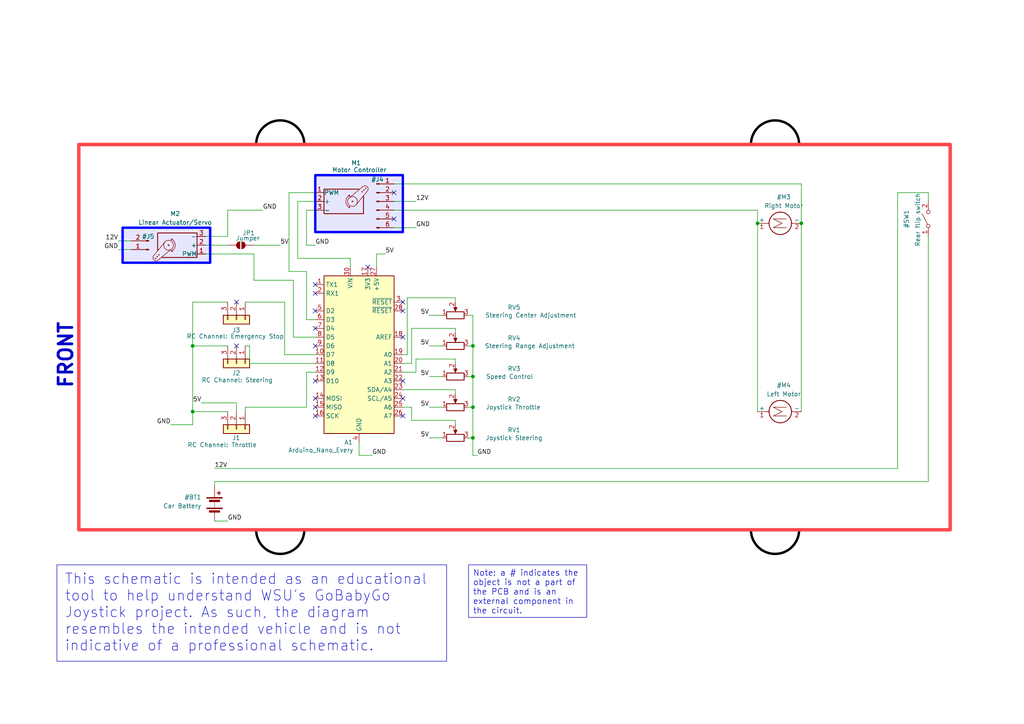
<source format=kicad_sch>
(kicad_sch (version 20231120) (generator "eeschema") (generator_version "8.0")
  (paper "A4")
  (title_block (title "GoBabyGo Joystick") (date "2024-08-19") (rev "2") (company "Wichita State University"))
  (lib_symbols
    (symbol "Connector:Conn_01x02_Pin" (pin_names (offset 1.016) hide)
      (property "Reference" "J" (at 0 2.54 0))
      (property "Value" "Conn_01x02_Pin" (at 0 -5.08 0))
      (symbol "Conn_01x02_Pin_1_1"
        (polyline (pts (xy 1.27 -2.54) (xy 0.8636 -2.54)) (stroke (width 0.1524)))
        (polyline (pts (xy 1.27 0) (xy 0.8636 0)) (stroke (width 0.1524)))
        (rectangle (start 0.8636 -2.413) (end 0 -2.667) (stroke (width 0.1524)) (fill (type outline)))
        (rectangle (start 0.8636 0.127) (end 0 -0.127) (stroke (width 0.1524)) (fill (type outline)))
        (pin passive line (at 5.08 0 180) (length 3.81) (name "Pin_1") (number "1"))
        (pin passive line (at 5.08 -2.54 180) (length 3.81) (name "Pin_2") (number "2"))
      )
    )
    (symbol "Connector:Conn_01x06_Pin" (pin_names (offset 1.016) hide)
      (property "Reference" "J" (at 0 7.62 0))
      (property "Value" "Conn_01x06_Pin" (at 0 -10.16 0))
      (symbol "Conn_01x06_Pin_1_1"
        (polyline (pts (xy 1.27 -7.62) (xy 0.8636 -7.62)) (stroke (width 0.1524)))
        (polyline (pts (xy 1.27 -5.08) (xy 0.8636 -5.08)) (stroke (width 0.1524)))
        (polyline (pts (xy 1.27 -2.54) (xy 0.8636 -2.54)) (stroke (width 0.1524)))
        (polyline (pts (xy 1.27 0) (xy 0.8636 0)) (stroke (width 0.1524)))
        (polyline (pts (xy 1.27 2.54) (xy 0.8636 2.54)) (stroke (width 0.1524)))
        (polyline (pts (xy 1.27 5.08) (xy 0.8636 5.08)) (stroke (width 0.1524)))
        (rectangle (start 0.8636 -7.493) (end 0 -7.747) (stroke (width 0.1524)) (fill (type outline)))
        (rectangle (start 0.8636 -4.953) (end 0 -5.207) (stroke (width 0.1524)) (fill (type outline)))
        (rectangle (start 0.8636 -2.413) (end 0 -2.667) (stroke (width 0.1524)) (fill (type outline)))
        (rectangle (start 0.8636 0.127) (end 0 -0.127) (stroke (width 0.1524)) (fill (type outline)))
        (rectangle (start 0.8636 2.667) (end 0 2.413) (stroke (width 0.1524)) (fill (type outline)))
        (rectangle (start 0.8636 5.207) (end 0 4.953) (stroke (width 0.1524)) (fill (type outline)))
        (pin passive line (at 5.08 5.08 180) (length 3.81) (name "Pin_1") (number "1"))
        (pin passive line (at 5.08 2.54 180) (length 3.81) (name "Pin_2") (number "2"))
        (pin passive line (at 5.08 0 180) (length 3.81) (name "Pin_3") (number "3"))
        (pin passive line (at 5.08 -2.54 180) (length 3.81) (name "Pin_4") (number "4"))
        (pin passive line (at 5.08 -5.08 180) (length 3.81) (name "Pin_5") (number "5"))
        (pin passive line (at 5.08 -7.62 180) (length 3.81) (name "Pin_6") (number "6"))
      )
    )
    (symbol "Connector_Generic:Conn_01x03" (pin_names (offset 1.016) hide)
      (property "Reference" "J" (at 0 5.08 0))
      (property "Value" "Conn_01x03" (at 0 -5.08 0))
      (symbol "Conn_01x03_1_1"
        (rectangle (start -1.27 -2.413) (end 0 -2.667) (stroke (width 0.1524)))
        (rectangle (start -1.27 0.127) (end 0 -0.127) (stroke (width 0.1524)))
        (rectangle (start -1.27 2.667) (end 0 2.413) (stroke (width 0.1524)))
        (rectangle (start -1.27 3.81) (end 1.27 -3.81) (stroke (width 0.254)) (fill (type background)))
        (pin passive line (at -5.08 2.54 0) (length 3.81) (name "Pin_1") (number "1"))
        (pin passive line (at -5.08 0 0) (length 3.81) (name "Pin_2") (number "2"))
        (pin passive line (at -5.08 -2.54 0) (length 3.81) (name "Pin_3") (number "3"))
      )
    )
    (symbol "Device:Battery" (pin_numbers hide) (pin_names (offset 0) hide)
      (property "Reference" "BT" (at 2.54 2.54 0))
      (property "Value" "Battery" (at 2.54 0 0))
      (symbol "Battery_0_1"
        (rectangle (start -2.286 -1.27) (end 2.286 -1.524) (fill (type outline)))
        (rectangle (start -2.286 1.778) (end 2.286 1.524) (fill (type outline)))
        (rectangle (start -1.524 -2.032) (end 1.524 -2.54) (fill (type outline)))
        (rectangle (start -1.524 1.016) (end 1.524 0.508) (fill (type outline)))
        (polyline (pts (xy 0 -1.016) (xy 0 -0.762)))
        (polyline (pts (xy 0 -0.508) (xy 0 -0.254)))
        (polyline (pts (xy 0 0) (xy 0 0.254)))
        (polyline (pts (xy 0 1.778) (xy 0 2.54)))
        (polyline (pts (xy 0.762 3.048) (xy 1.778 3.048)) (stroke (width 0.254)))
        (polyline (pts (xy 1.27 3.556) (xy 1.27 2.54)) (stroke (width 0.254)))
      )
      (symbol "Battery_1_1"
        (pin passive line (at 0 5.08 270) (length 2.54) (name "+") (number "1"))
        (pin passive line (at 0 -5.08 90) (length 2.54) (name "-") (number "2"))
      )
    )
    (symbol "Device:R_Potentiometer" (pin_names (offset 1.016) hide)
      (property "Reference" "RV" (at -4.445 0 90))
      (property "Value" "R_Potentiometer" (at -2.54 0 90))
      (symbol "R_Potentiometer_0_1"
        (polyline (pts (xy 2.54 0) (xy 1.524 0)))
        (polyline (pts (xy 1.143 0) (xy 2.286 0.508) (xy 2.286 -0.508) (xy 1.143 0)) (fill (type outline)))
        (rectangle (start 1.016 2.54) (end -1.016 -2.54) (stroke (width 0.254)))
      )
      (symbol "R_Potentiometer_1_1"
        (pin passive line (at 0 3.81 270) (length 1.27) (name "1") (number "1"))
        (pin passive line (at 3.81 0 180) (length 1.27) (name "2") (number "2"))
        (pin passive line (at 0 -3.81 90) (length 1.27) (name "3") (number "3"))
      )
    )
    (symbol "Jumper:SolderJumper_2_Open" (pin_numbers hide) (pin_names (offset 0) hide) (exclude_from_sim yes) (in_bom no)
      (property "Reference" "JP" (at 0 2.032 0))
      (property "Value" "SolderJumper_2_Open" (at 0 -2.54 0))
      (symbol "SolderJumper_2_Open_0_1"
        (arc (start -0.254 1.016) (mid -1.2656 0) (end -0.254 -1.016))
        (arc (start -0.254 1.016) (mid -1.2656 0) (end -0.254 -1.016) (fill (type outline)))
        (polyline (pts (xy -0.254 1.016) (xy -0.254 -1.016)))
        (polyline (pts (xy 0.254 1.016) (xy 0.254 -1.016)))
        (arc (start 0.254 -1.016) (mid 1.2656 0) (end 0.254 1.016))
        (arc (start 0.254 -1.016) (mid 1.2656 0) (end 0.254 1.016) (fill (type outline)))
      )
      (symbol "SolderJumper_2_Open_1_1"
        (pin passive line (at -3.81 0 0) (length 2.54) (name "A") (number "1"))
        (pin passive line (at 3.81 0 180) (length 2.54) (name "B") (number "2"))
      )
    )
    (symbol "MCU_Module:Arduino_Nano_Every"
      (property "Reference" "A" (at -10.16 23.495 0))
      (property "Value" "Arduino_Nano_Every" (at 5.08 -24.13 0))
      (symbol "Arduino_Nano_Every_0_1"
        (rectangle (start -10.16 22.86) (end 10.16 -22.86) (stroke (width 0.254)) (fill (type background)))
      )
      (symbol "Arduino_Nano_Every_1_1"
        (pin bidirectional line (at -12.7 20.32 0) (length 2.54) (name "TX1") (number "1"))
        (pin bidirectional line (at -12.7 0 0) (length 2.54) (name "D7") (number "10"))
        (pin bidirectional line (at -12.7 -2.54 0) (length 2.54) (name "D8") (number "11"))
        (pin bidirectional line (at -12.7 -5.08 0) (length 2.54) (name "D9") (number "12"))
        (pin bidirectional line (at -12.7 -7.62 0) (length 2.54) (name "D10") (number "13"))
        (pin bidirectional line (at -12.7 -12.7 0) (length 2.54) (name "MOSI") (number "14"))
        (pin bidirectional line (at -12.7 -15.24 0) (length 2.54) (name "MISO") (number "15"))
        (pin bidirectional line (at -12.7 -17.78 0) (length 2.54) (name "SCK") (number "16"))
        (pin power_out line (at 2.54 25.4 270) (length 2.54) (name "3V3") (number "17"))
        (pin input line (at 12.7 5.08 180) (length 2.54) (name "AREF") (number "18"))
        (pin bidirectional line (at 12.7 0 180) (length 2.54) (name "A0") (number "19"))
        (pin bidirectional line (at -12.7 17.78 0) (length 2.54) (name "RX1") (number "2"))
        (pin bidirectional line (at 12.7 -2.54 180) (length 2.54) (name "A1") (number "20"))
        (pin bidirectional line (at 12.7 -5.08 180) (length 2.54) (name "A2") (number "21"))
        (pin bidirectional line (at 12.7 -7.62 180) (length 2.54) (name "A3") (number "22"))
        (pin bidirectional line (at 12.7 -10.16 180) (length 2.54) (name "SDA/A4") (number "23"))
        (pin bidirectional line (at 12.7 -12.7 180) (length 2.54) (name "SCL/A5") (number "24"))
        (pin bidirectional line (at 12.7 -15.24 180) (length 2.54) (name "A6") (number "25"))
        (pin bidirectional line (at 12.7 -17.78 180) (length 2.54) (name "A7") (number "26"))
        (pin power_out line (at 5.08 25.4 270) (length 2.54) (name "+5V") (number "27"))
        (pin input line (at 12.7 12.7 180) (length 2.54) (name "~{RESET}") (number "28"))
        (pin passive line (at 0 -25.4 90) (length 2.54) hide (name "GND") (number "29"))
        (pin input line (at 12.7 15.24 180) (length 2.54) (name "~{RESET}") (number "3"))
        (pin power_in line (at -2.54 25.4 270) (length 2.54) (name "VIN") (number "30"))
        (pin power_in line (at 0 -25.4 90) (length 2.54) (name "GND") (number "4"))
        (pin bidirectional line (at -12.7 12.7 0) (length 2.54) (name "D2") (number "5"))
        (pin bidirectional line (at -12.7 10.16 0) (length 2.54) (name "D3") (number "6"))
        (pin bidirectional line (at -12.7 7.62 0) (length 2.54) (name "D4") (number "7"))
        (pin bidirectional line (at -12.7 5.08 0) (length 2.54) (name "D5") (number "8"))
        (pin bidirectional line (at -12.7 2.54 0) (length 2.54) (name "D6") (number "9"))
      )
    )
    (symbol "Motor:Motor_DC" (pin_names (offset 0))
      (property "Reference" "M" (at 2.54 2.54 0))
      (property "Value" "Motor_DC" (at 2.54 -5.08 0))
      (symbol "Motor_DC_0_0"
        (polyline (pts (xy -1.27 -3.302) (xy -1.27 0.508) (xy 0 -2.032) (xy 1.27 0.508) (xy 1.27 -3.302)))
      )
      (symbol "Motor_DC_0_1"
        (circle (center 0 -1.524) (radius 3.2512) (stroke (width 0.254)))
        (polyline (pts (xy 0 -7.62) (xy 0 -7.112)))
        (polyline (pts (xy 0 -4.7752) (xy 0 -5.1816)))
        (polyline (pts (xy 0 1.7272) (xy 0 2.0828)))
        (polyline (pts (xy 0 2.032) (xy 0 2.54)))
      )
      (symbol "Motor_DC_1_1"
        (pin passive line (at 0 5.08 270) (length 2.54) (name "+") (number "1"))
        (pin passive line (at 0 -7.62 90) (length 2.54) (name "-") (number "2"))
      )
    )
    (symbol "Motor:Motor_Servo" (pin_names (offset 0.0254))
      (property "Reference" "M" (at -5.08 4.445 0))
      (property "Value" "Motor_Servo" (at -5.08 -4.064 0))
      (symbol "Motor_Servo_0_1"
        (polyline (pts (xy 2.413 -1.778) (xy 2.032 -1.778)))
        (polyline (pts (xy 2.413 -1.778) (xy 2.286 -1.397)))
        (polyline (pts (xy 2.413 1.778) (xy 1.905 1.778)))
        (polyline (pts (xy 2.413 1.778) (xy 2.286 1.397)))
        (polyline (pts (xy 6.35 4.445) (xy 2.54 1.27)))
        (polyline (pts (xy 7.62 3.175) (xy 4.191 -1.016)))
        (polyline (pts (xy 5.08 3.556) (xy -5.08 3.556) (xy -5.08 -3.556) (xy 6.35 -3.556) (xy 6.35 1.524)) (stroke (width 0.254)))
        (arc (start 2.413 1.778) (mid 1.2406 0) (end 2.413 -1.778))
        (circle (center 3.175 0) (radius 0.1778))
        (circle (center 3.175 0) (radius 1.4224))
        (circle (center 5.969 2.794) (radius 0.127))
        (circle (center 6.477 3.302) (radius 0.127))
        (circle (center 6.985 3.81) (radius 0.127))
        (arc (start 7.62 3.175) (mid 7.4485 4.2735) (end 6.35 4.445))
      )
      (symbol "Motor_Servo_1_1"
        (pin passive line (at -7.62 2.54 0) (length 2.54) (name "PWM") (number "1"))
        (pin passive line (at -7.62 0 0) (length 2.54) (name "+") (number "2"))
        (pin passive line (at -7.62 -2.54 0) (length 2.54) (name "-") (number "3"))
      )
    )
    (symbol "Switch:SW_SPST" (pin_names (offset 0) hide)
      (property "Reference" "SW" (at 0 3.175 0))
      (property "Value" "SW_SPST" (at 0 -2.54 0))
      (symbol "SW_SPST_0_0"
        (circle (center -2.032 0) (radius 0.508))
        (polyline (pts (xy -1.524 0.254) (xy 1.524 1.778)))
        (circle (center 2.032 0) (radius 0.508))
      )
      (symbol "SW_SPST_1_1"
        (pin passive line (at -5.08 0 0) (length 2.54) (name "A") (number "1"))
        (pin passive line (at 5.08 0 180) (length 2.54) (name "B") (number "2"))
      )
    )
  )
  (junction (at 137.16 118.11))
  (junction (at 232.41 64.77))
  (junction (at 137.16 127))
  (junction (at 137.16 100.33))
  (junction (at 55.88 100.33))
  (junction (at 137.16 109.22))
  (junction (at 219.71 64.77))
  (junction (at 55.88 119.38))
  (no_connect (at 91.44 118.11))
  (no_connect (at 116.84 90.17))
  (no_connect (at 91.44 100.33))
  (no_connect (at 91.44 110.49))
  (no_connect (at 114.3 63.5))
  (no_connect (at 106.68 77.47))
  (no_connect (at 116.84 97.79))
  (no_connect (at 91.44 120.65))
  (no_connect (at 114.3 55.88))
  (no_connect (at 68.58 87.63))
  (no_connect (at 116.84 115.57))
  (no_connect (at 116.84 120.65))
  (no_connect (at 91.44 82.55))
  (no_connect (at 116.84 87.63))
  (no_connect (at 91.44 115.57))
  (no_connect (at 68.58 100.33))
  (no_connect (at 116.84 110.49))
  (no_connect (at 91.44 90.17))
  (no_connect (at 91.44 85.09))
  (no_connect (at 91.44 95.25))
  (wire (pts (xy 269.24 55.88) (xy 260.35 55.88)))
  (wire (pts (xy 132.08 95.25) (xy 119.38 95.25)))
  (wire (pts (xy 62.23 139.7) (xy 62.23 140.97)))
  (wire (pts (xy 269.24 68.58) (xy 269.24 139.7)))
  (wire (pts (xy 62.23 151.13) (xy 66.04 151.13)))
  (wire (pts (xy 91.44 58.42) (xy 86.36 58.42)))
  (wire (pts (xy 66.04 60.96) (xy 76.2 60.96)))
  (wire (pts (xy 91.44 60.96) (xy 88.9 60.96)))
  (wire (pts (xy 62.23 139.7) (xy 269.24 139.7)))
  (wire (pts (xy 104.14 132.08) (xy 107.95 132.08)))
  (wire (pts (xy 269.24 58.42) (xy 269.24 55.88)))
  (wire (pts (xy 232.41 64.77) (xy 232.41 119.38)))
  (wire (pts (xy 109.22 77.47) (xy 109.22 73.66)))
  (wire (pts (xy 135.89 127) (xy 137.16 127)))
  (wire (pts (xy 132.08 123.19) (xy 132.08 121.92)))
  (wire (pts (xy 82.55 87.63) (xy 82.55 102.87)))
  (wire (pts (xy 91.44 97.79) (xy 85.09 97.79)))
  (wire (pts (xy 55.88 119.38) (xy 55.88 123.19)))
  (wire (pts (xy 132.08 113.03) (xy 116.84 113.03)))
  (wire (pts (xy 137.16 109.22) (xy 137.16 118.11)))
  (wire (pts (xy 88.9 107.95) (xy 91.44 107.95)))
  (wire (pts (xy 119.38 105.41) (xy 116.84 105.41)))
  (wire (pts (xy 34.29 69.85) (xy 38.1 69.85)))
  (wire (pts (xy 120.65 107.95) (xy 116.84 107.95)))
  (wire (pts (xy 137.16 127) (xy 137.16 132.08)))
  (wire (pts (xy 86.36 58.42) (xy 86.36 74.93)))
  (wire (pts (xy 109.22 73.66) (xy 111.76 73.66)))
  (wire (pts (xy 114.3 66.04) (xy 120.65 66.04)))
  (wire (pts (xy 119.38 121.92) (xy 119.38 118.11)))
  (wire (pts (xy 68.58 119.38) (xy 68.58 116.84)))
  (wire (pts (xy 85.09 81.28) (xy 73.66 81.28)))
  (wire (pts (xy 232.41 53.34) (xy 232.41 64.77)))
  (wire (pts (xy 71.12 118.11) (xy 88.9 118.11)))
  (wire (pts (xy 88.9 71.12) (xy 91.44 71.12)))
  (wire (pts (xy 88.9 92.71) (xy 91.44 92.71)))
  (wire (pts (xy 219.71 60.96) (xy 219.71 64.77)))
  (wire (pts (xy 137.16 118.11) (xy 137.16 127)))
  (wire (pts (xy 260.35 55.88) (xy 260.35 135.89)))
  (wire (pts (xy 88.9 60.96) (xy 88.9 71.12)))
  (wire (pts (xy 55.88 119.38) (xy 66.04 119.38)))
  (wire (pts (xy 34.29 72.39) (xy 38.1 72.39)))
  (wire (pts (xy 114.3 53.34) (xy 232.41 53.34)))
  (wire (pts (xy 68.58 116.84) (xy 58.42 116.84)))
  (wire (pts (xy 91.44 55.88) (xy 83.82 55.88)))
  (wire (pts (xy 137.16 132.08) (xy 138.43 132.08)))
  (wire (pts (xy 66.04 87.63) (xy 55.88 87.63)))
  (wire (pts (xy 114.3 58.42) (xy 120.65 58.42)))
  (wire (pts (xy 83.82 78.74) (xy 88.9 78.74)))
  (wire (pts (xy 72.39 100.33) (xy 72.39 105.41)))
  (wire (pts (xy 85.09 97.79) (xy 85.09 81.28)))
  (wire (pts (xy 124.46 127) (xy 128.27 127)))
  (wire (pts (xy 71.12 87.63) (xy 82.55 87.63)))
  (wire (pts (xy 124.46 109.22) (xy 128.27 109.22)))
  (wire (pts (xy 114.3 60.96) (xy 219.71 60.96)))
  (wire (pts (xy 135.89 118.11) (xy 137.16 118.11)))
  (wire (pts (xy 116.84 102.87) (xy 118.11 102.87)))
  (wire (pts (xy 101.6 74.93) (xy 101.6 77.47)))
  (wire (pts (xy 55.88 87.63) (xy 55.88 100.33)))
  (wire (pts (xy 73.66 71.12) (xy 81.28 71.12)))
  (wire (pts (xy 132.08 105.41) (xy 132.08 104.14)))
  (wire (pts (xy 88.9 78.74) (xy 88.9 92.71)))
  (wire (pts (xy 59.69 71.12) (xy 66.04 71.12)))
  (wire (pts (xy 72.39 105.41) (xy 91.44 105.41)))
  (wire (pts (xy 66.04 68.58) (xy 59.69 68.58)))
  (wire (pts (xy 73.66 81.28) (xy 73.66 73.66)))
  (wire (pts (xy 73.66 73.66) (xy 59.69 73.66)))
  (wire (pts (xy 55.88 123.19) (xy 49.53 123.19)))
  (wire (pts (xy 132.08 86.36) (xy 118.11 86.36)))
  (wire (pts (xy 124.46 100.33) (xy 128.27 100.33)))
  (wire (pts (xy 83.82 55.88) (xy 83.82 78.74)))
  (wire (pts (xy 132.08 114.3) (xy 132.08 113.03)))
  (wire (pts (xy 137.16 100.33) (xy 137.16 109.22)))
  (wire (pts (xy 135.89 109.22) (xy 137.16 109.22)))
  (wire (pts (xy 120.65 104.14) (xy 120.65 107.95)))
  (wire (pts (xy 55.88 100.33) (xy 55.88 119.38)))
  (wire (pts (xy 132.08 86.36) (xy 132.08 87.63)))
  (wire (pts (xy 135.89 100.33) (xy 137.16 100.33)))
  (wire (pts (xy 132.08 121.92) (xy 119.38 121.92)))
  (wire (pts (xy 66.04 60.96) (xy 66.04 68.58)))
  (wire (pts (xy 86.36 74.93) (xy 101.6 74.93)))
  (wire (pts (xy 118.11 86.36) (xy 118.11 102.87)))
  (wire (pts (xy 104.14 128.27) (xy 104.14 132.08)))
  (wire (pts (xy 132.08 104.14) (xy 120.65 104.14)))
  (wire (pts (xy 71.12 100.33) (xy 72.39 100.33)))
  (wire (pts (xy 124.46 118.11) (xy 128.27 118.11)))
  (wire (pts (xy 119.38 118.11) (xy 116.84 118.11)))
  (wire (pts (xy 62.23 135.89) (xy 260.35 135.89)))
  (wire (pts (xy 137.16 91.44) (xy 137.16 100.33)))
  (wire (pts (xy 132.08 96.52) (xy 132.08 95.25)))
  (wire (pts (xy 135.89 91.44) (xy 137.16 91.44)))
  (wire (pts (xy 88.9 118.11) (xy 88.9 107.95)))
  (wire (pts (xy 82.55 102.87) (xy 91.44 102.87)))
  (wire (pts (xy 71.12 119.38) (xy 71.12 118.11)))
  (wire (pts (xy 124.46 91.44) (xy 128.27 91.44)))
  (wire (pts (xy 55.88 100.33) (xy 66.04 100.33)))
  (wire (pts (xy 219.71 64.77) (xy 219.71 119.38)))
  (wire (pts (xy 119.38 95.25) (xy 119.38 105.41)))
  (arc (start 88.265 153.67) (mid 81.28 160.655) (end 74.295 153.67) (stroke (width 0.7) (color 0 0 0 1)))
  (arc (start 74.295 41.91) (mid 81.28 34.925) (end 88.265 41.91) (stroke (width 0.7) (color 0 0 0 1)))
  (arc (start 231.775 153.67) (mid 224.79 160.655) (end 217.805 153.67) (stroke (width 0.7) (color 0 0 0 1)))
  (rectangle (start 35.56 66.04) (end 60.96 76.2) (stroke (width 0.7) (color 0 0 255 1)) (fill (type color) (color 0 0 255 0.1)))
  (arc (start 217.805 41.91) (mid 224.79 34.925) (end 231.775 41.91) (stroke (width 0.7) (color 0 0 0 1)))
  (rectangle (start 22.86 41.91) (end 275.59 153.67) (stroke (width 1) (color 255 68 73 1)))
  (rectangle (start 91.44 50.8) (end 116.84 67.31) (stroke (width 0.7) (color 0 0 255 1)) (fill (type color) (color 0 0 255 0.1)))
  (text_box "This schematic is intended as an educational tool to help understand WSU's GoBabyGo Joystick project. As such, the diagram resembles the intended vehicle and is not indicative of a professional schematic." (at 16.51 163.83 0) (size 113.03 27.94) (effects (font (size 3 3)) (justify left top)))
  (text_box "Note: a # indicates the object is not a part of the PCB and is an external component in the circuit." (at 135.89 163.83 0) (size 34.29 15.24) (effects (font (size 1.7 1.7)) (justify left top)))
  (text "FRONT" (at 19.05 103.124 90) (effects (font (size 4 4) (thickness 0.8) (bold yes))))
  (label "5V" (at 124.46 127 180))
  (label "5V" (at 124.46 100.33 180))
  (label "GND" (at 138.43 132.08 0))
  (label "GND" (at 34.29 72.39 180))
  (label "GND" (at 49.53 123.19 180))
  (label "5V" (at 111.76 73.66 0))
  (label "12V" (at 62.23 135.89 0))
  (label "12V" (at 120.65 58.42 0))
  (label "GND" (at 107.95 132.08 0))
  (label "5V" (at 124.46 91.44 180))
  (label "GND" (at 91.44 71.12 0))
  (label "5V" (at 81.28 71.12 0))
  (label "GND" (at 66.04 151.13 0))
  (label "5V" (at 124.46 109.22 180))
  (label "GND" (at 120.65 66.04 0))
  (label "5V" (at 58.42 116.84 180))
  (label "5V" (at 124.46 118.11 180))
  (label "GND" (at 76.2 60.96 0))
  (label "12V" (at 34.29 69.85 180))
  (symbol (lib_id "Motor:Motor_Servo") (at 52.07 71.12 180) (unit 1)
    (property "Reference" "M2" (at 50.8 61.976 0))
    (property "Value" "Linear Actuator/Servo" (at 50.8 64.516 0))
    (property "Footprint" "Connector_PinHeader_2.54mm:PinHeader_1x03_P2.54mm_Vertical" (effects (hide yes)))
    (property "Datasheet" "http://forums.parallax.com/uploads/attachments/46831/74481.png" (effects (hide yes)))
    (property "Description" "Servo Motor (Futaba, HiTec, JR connector)" (effects (hide yes)))
  )
  (symbol (lib_id "Device:R_Potentiometer") (at 132.08 100.33 90) (unit 1)
    (property "Reference" "RV4" (at 149.098 98.044 90))
    (property "Value" "Steering Range Adjustment" (at 153.67 100.33 90))
    (property "Footprint" "Potentiometer_THT:Potentiometer_Vishay_T93YA_Vertical" (effects (hide yes)))
    (property "Description" "Potentiometer" (effects (hide yes)))
  )
  (symbol (lib_id "Jumper:SolderJumper_2_Open") (at 69.85 71.12 0) (unit 1) (exclude_from_sim yes) (in_bom no)
    (property "Reference" "JP1" (at 72.136 67.564 0))
    (property "Value" "Jumper" (at 71.882 69.088 0))
    (property "Footprint" "Jumper:SolderJumper-2_P1.3mm_Open_Pad1.0x1.5mm" (effects (hide yes)))
    (property "Description" "Solder Jumper, 2-pole, open" (effects (hide yes)))
  )
  (symbol (lib_id "Device:R_Potentiometer") (at 132.08 127 90) (unit 1)
    (property "Reference" "RV1" (at 149.098 124.714 90))
    (property "Value" "Joystick Steering" (at 149.098 127 90))
    (property "Footprint" "Connector_PinSocket_2.54mm:PinSocket_1x03_P2.54mm_Vertical" (effects (hide yes)))
    (property "Description" "Potentiometer" (effects (hide yes)))
  )
  (symbol (lib_id "Motor:Motor_Servo") (at 99.06 58.42 0) (unit 1)
    (property "Reference" "M1" (at 101.854 47.244 0) (effects (justify left)))
    (property "Value" "Motor Controller" (at 96.266 49.276 0) (effects (justify left)))
    (property "Footprint" "Connector_PinHeader_2.54mm:PinHeader_1x03_P2.54mm_Vertical" (effects (hide yes)))
    (property "Datasheet" "http://forums.parallax.com/uploads/attachments/46831/74481.png" (effects (hide yes)))
    (property "Description" "Servo Motor (Futaba, HiTec, JR connector)" (effects (hide yes)))
  )
  (symbol (lib_id "MCU_Module:Arduino_Nano_Every") (at 104.14 102.87 0) (unit 1)
    (property "Reference" "A1" (at 99.822 128.27 0) (effects (justify left)))
    (property "Value" "Arduino_Nano_Every" (at 83.566 130.556 0) (effects (justify left)))
    (property "Footprint" "Module:Arduino_Nano" (effects (hide yes)))
    (property "Datasheet" "https://content.arduino.cc/assets/NANOEveryV3.0_sch.pdf" (effects (hide yes)))
    (property "Description" "Arduino Nano Every" (effects (hide yes)))
  )
  (symbol (lib_id "Device:R_Potentiometer") (at 132.08 109.22 90) (unit 1)
    (property "Reference" "RV3" (at 149.098 106.934 90))
    (property "Value" "Speed Control" (at 147.828 109.22 90))
    (property "Footprint" "Connector_PinHeader_2.54mm:PinHeader_1x05_P2.54mm_Vertical" (effects (hide yes)))
    (property "Description" "Potentiometer" (effects (hide yes)))
  )
  (symbol (lib_id "Switch:SW_SPST") (at 269.24 63.5 90) (unit 1)
    (property "Reference" "#SW1" (at 262.89 63.5 0))
    (property "Value" "Rear flip switch" (at 266.192 63.754 0))
    (property "Description" "Single Pole Single Throw (SPST) switch" (effects (hide yes)))
  )
  (symbol (lib_id "Motor:Motor_DC") (at 224.79 64.77 90) (unit 1)
    (property "Reference" "#M3" (at 227.33 57.15 90))
    (property "Value" "Right Motor" (at 227.33 59.69 90))
    (property "Description" "DC Motor" (effects (hide yes)))
  )
  (symbol (lib_id "Connector:Conn_01x02_Pin") (at 43.18 72.39 180) (unit 1)
    (property "Reference" "#J5" (at 41.148 68.58 0) (effects (justify right)))
    (property "Value" "#" (effects (hide yes)))
    (property "Description" "Generic connector, single row, 01x02, script generated" (effects (hide yes)))
  )
  (symbol (lib_id "Motor:Motor_DC") (at 224.79 119.38 90) (unit 1)
    (property "Reference" "#M4" (at 227.33 111.76 90))
    (property "Value" "Left Motor" (at 227.33 114.3 90))
    (property "Description" "DC Motor" (effects (hide yes)))
  )
  (symbol (lib_id "Device:Battery") (at 62.23 146.05 0) (unit 1)
    (property "Reference" "#BT1" (at 58.42 144.2084 0) (effects (justify right)))
    (property "Value" "Car Battery" (at 58.42 146.7484 0) (effects (justify right)))
    (property "Description" "Multiple-cell battery" (effects (hide yes)))
  )
  (symbol (lib_id "Device:R_Potentiometer") (at 132.08 118.11 90) (unit 1)
    (property "Reference" "RV2" (at 149.098 115.824 90))
    (property "Value" "Joystick Throttle" (at 148.844 118.11 90))
    (property "Footprint" "Connector_PinSocket_2.54mm:PinSocket_1x03_P2.54mm_Vertical" (effects (hide yes)))
    (property "Description" "Potentiometer" (effects (hide yes)))
  )
  (symbol (lib_id "Connector_Generic:Conn_01x03") (at 68.58 124.46 270) (unit 1)
    (property "Reference" "J1" (at 67.31 127 90) (effects (justify left)))
    (property "Value" "RC Channel: Throttle" (at 54.356 129.032 90) (effects (justify left)))
    (property "Footprint" "Connector_PinHeader_2.54mm:PinHeader_1x03_P2.54mm_Vertical" (effects (hide yes)))
    (property "Description" "Generic connector, single row, 01x03, script generated (kicad-library-utils/schlib/autogen/connector/)" (effects (hide yes)))
  )
  (symbol (lib_id "Connector_Generic:Conn_01x03") (at 68.58 92.71 270) (unit 1)
    (property "Reference" "J3" (at 67.31 95.758 90) (effects (justify left)))
    (property "Value" "RC Channel: Emergency Stop" (at 54.102 97.536 90) (effects (justify left)))
    (property "Footprint" "Connector_PinHeader_2.54mm:PinHeader_1x03_P2.54mm_Vertical" (effects (hide yes)))
    (property "Description" "Generic connector, single row, 01x03, script generated (kicad-library-utils/schlib/autogen/connector/)" (effects (hide yes)))
  )
  (symbol (lib_id "Device:R_Potentiometer") (at 132.08 91.44 90) (unit 1)
    (property "Reference" "RV5" (at 149.098 89.154 90))
    (property "Value" "Steering Center Adjustment" (at 153.924 91.44 90))
    (property "Footprint" "Potentiometer_THT:Potentiometer_Vishay_T93YA_Vertical" (effects (hide yes)))
    (property "Description" "Potentiometer" (effects (hide yes)))
  )
  (symbol (lib_id "Connector:Conn_01x06_Pin") (at 109.22 58.42 0) (unit 1)
    (property "Reference" "#J4" (at 109.474 52.07 0))
    (property "Value" "#" (effects (hide yes)))
    (property "Description" "Generic connector, single row, 01x06, script generated" (effects (hide yes)))
  )
  (symbol (lib_id "Connector_Generic:Conn_01x03") (at 68.58 105.41 270) (unit 1)
    (property "Reference" "J2" (at 67.31 108.204 90) (effects (justify left)))
    (property "Value" "RC Channel: Steering" (at 58.42 110.236 90) (effects (justify left)))
    (property "Footprint" "Connector_PinHeader_2.54mm:PinHeader_1x03_P2.54mm_Vertical" (effects (hide yes)))
    (property "Description" "Generic connector, single row, 01x03, script generated (kicad-library-utils/schlib/autogen/connector/)" (effects (hide yes)))
  )
)
</source>
